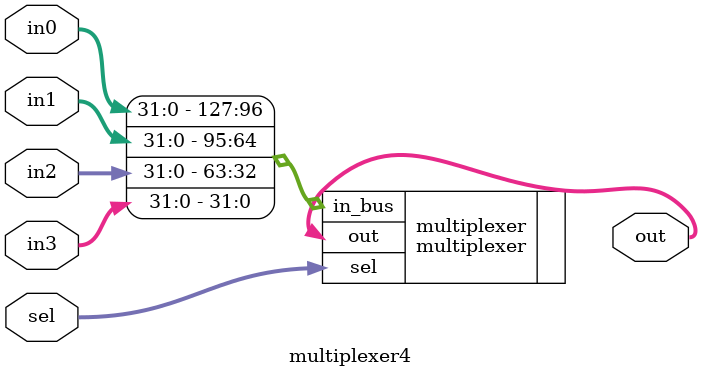
<source format=sv>
`include "config.sv"
`include "constants.sv"

module multiplexer4 #(
    parameter  WIDTH = 32
) (
    input  [WIDTH-1:0] in0,
    input  [WIDTH-1:0] in1,
    input  [WIDTH-1:0] in2,
    input  [WIDTH-1:0] in3,
    input  [1:0]       sel,
    output [WIDTH-1:0] out
);

    multiplexer #(
        .WIDTH(WIDTH),
        .CHANNELS(4)
    ) multiplexer (
        .in_bus({in0, in1, in2, in3}),
        .sel(sel),
        .out(out)
    );

endmodule


</source>
